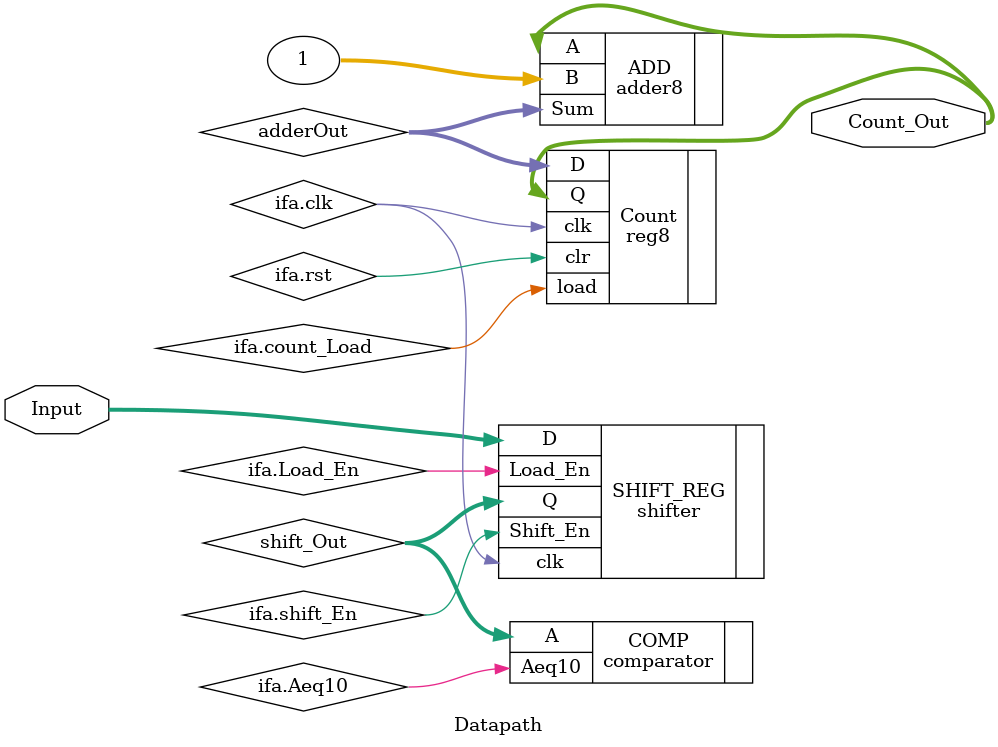
<source format=sv>
module Datapath (
    input logic [7:0]  Input,
    output logic [7:0] Count_Out,
    inter ifa
);
    logic [7:0] adderOut, 
                shift_Out;


    reg8 Count(
        .clk(ifa.clk), 
        .clr(ifa.rst), 
        .load(ifa.count_Load), 
        .D(adderOut),
        .Q(Count_Out)
    );

    shifter SHIFT_REG(
        .clk(ifa.clk), 
        .Shift_En(ifa.shift_En), 
        .Load_En(ifa.Load_En), 
        .D(Input), 
        .Q(shift_Out)
    );

    comparator COMP(
         .A(shift_Out), 
         .Aeq10(ifa.Aeq10) 
    );

    adder8 ADD(
         .A(Count_Out), 
         .B('b1), 
         .Sum(adderOut)
    );
    
endmodule
</source>
